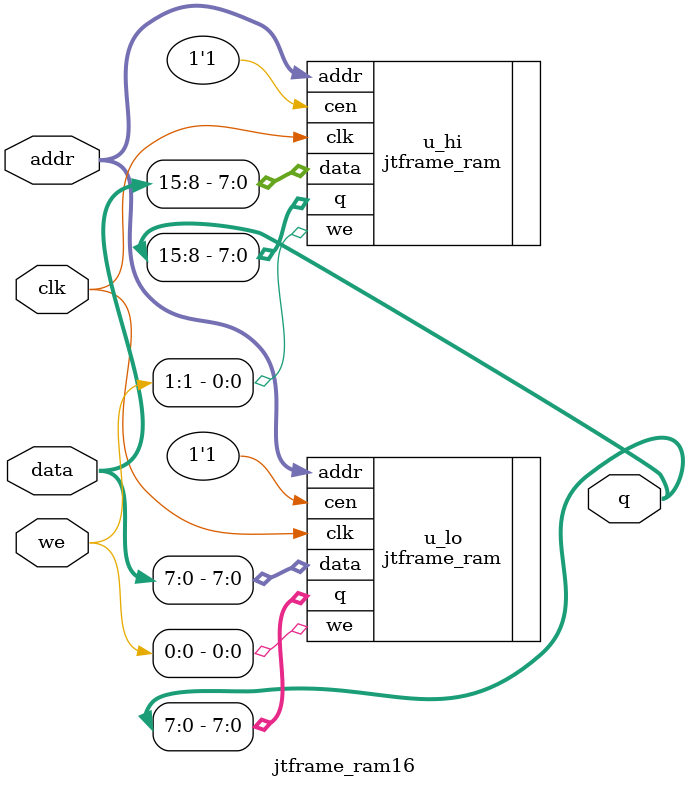
<source format=v>

/*  This file is part of JTFRAME.
    JTFRAME program is free software: you can redistribute it and/or modify
    it under the terms of the GNU General Public License as published by
    the Free Software Foundation, either version 3 of the License, or
    (at your option) any later version.

    JTFRAME program is distributed in the hope that it will be useful,
    but WITHOUT ANY WARRANTY; without even the implied warranty of
    MERCHANTABILITY or FITNESS FOR A PARTICULAR PURPOSE.  See the
    GNU General Public License for more details.

    You should have received a copy of the GNU General Public License
    along with JTFRAME.  If not, see <http://www.gnu.org/licenses/>.

    Author: Jose Tejada Gomez. Twitter: @topapate
    Version: 1.0
    Date: 25-1-2021 */

// Generic 16-bit dual port RAM with clock enable
// parameters:
//      AW      => Address bit width, 10 for 1kB
//      SIMFILE => binary file to load during simulation
//      SIMHEXFILE => hexadecimal file to load during simulation

module jtframe_ram16 #(parameter AW=10,
    SIMFILE_LO="", SIMHEXFILE_LO="",
    SIMFILE_HI="", SIMHEXFILE_HI="",
    VERBOSE=0,          // set to 1 to display memory writes
    VERBOSE_OFFSET=0    // value added to the address when displaying
)(
    input          clk,
    input   [15:0] data,
    input   [AW:1] addr,
    input   [ 1:0] we,
    output  [15:0] q
);

`ifdef SIMULATION
generate
    if( VERBOSE==1 ) begin
        `ifdef VERILATOR
            initial begin
                $display("WARNING: Producing large outputs with the $display task in verilator");
                $display("is known to produce corrupted text at least up to verilator version 5.006");
                $display("https://github.com/verilator/verilator/issues/3799");
            end
        `endif
        reg [AW:1] al;
        reg [15:0] dl;
        reg [ 1:0] wel;
        always @(posedge clk) begin
            al  <= addr;
            dl  <= data;
            wel <= we;
            if( al!=addr || dl!=data || wel!=we ) begin
                if(we[0]) $display("%m %0X=%X", { {32-AW{1'b0}}, addr,1'b0}+VERBOSE_OFFSET,data[7:0]);
                if(we[1]) $display("%m %0X=%X", { {32-AW{1'b0}}, addr,1'b1}+VERBOSE_OFFSET,data[15:8]);
            end
        end
    end
endgenerate
`endif

jtframe_ram #(
    .DW        ( 8             ),
    .AW        ( AW            ),
    .SIMFILE   ( SIMFILE_LO    ),
    .SIMHEXFILE( SIMHEXFILE_LO )  )
u_lo(
    .clk        ( clk               ),
    .cen        ( 1'b1              ),
    // Port 0
    .data       ( data [7:0]        ),
    .addr       ( addr              ),
    .we         ( we [0]            ),
    .q          ( q [7:0]           )
);

jtframe_ram #(
    .DW        ( 8             ),
    .AW        ( AW            ),
    .SIMFILE   ( SIMFILE_HI    ),
    .SIMHEXFILE( SIMHEXFILE_HI )  )
u_hi(
    .clk        ( clk               ),
    .cen        ( 1'b1              ),
    // Port 0
    .data       ( data [15:8]       ),
    .addr       ( addr              ),
    .we         ( we [1]            ),
    .q          ( q [15:8]          )
);

endmodule
</source>
